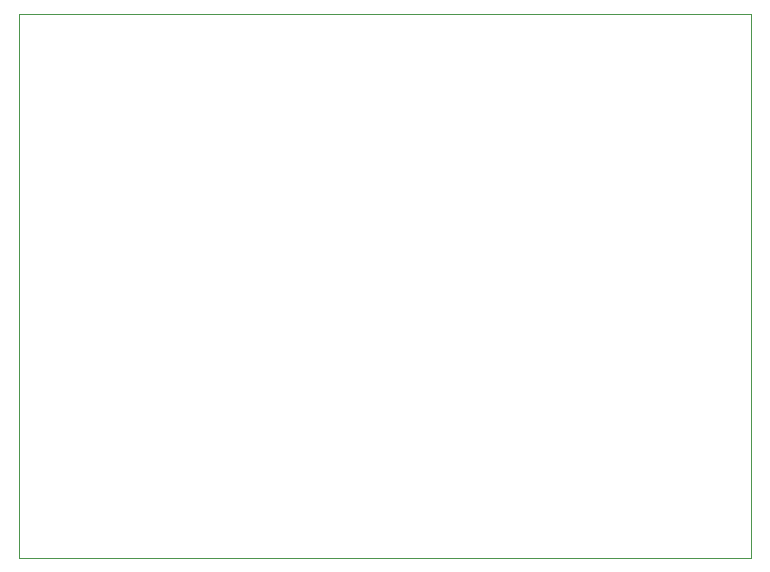
<source format=gbr>
G04 #@! TF.GenerationSoftware,KiCad,Pcbnew,(5.1.6)-1*
G04 #@! TF.CreationDate,2020-07-10T21:29:36-04:00*
G04 #@! TF.ProjectId,f1c200s,66316332-3030-4732-9e6b-696361645f70,rev?*
G04 #@! TF.SameCoordinates,Original*
G04 #@! TF.FileFunction,Profile,NP*
%FSLAX46Y46*%
G04 Gerber Fmt 4.6, Leading zero omitted, Abs format (unit mm)*
G04 Created by KiCad (PCBNEW (5.1.6)-1) date 2020-07-10 21:29:36*
%MOMM*%
%LPD*%
G01*
G04 APERTURE LIST*
G04 #@! TA.AperFunction,Profile*
%ADD10C,0.100000*%
G04 #@! TD*
G04 APERTURE END LIST*
D10*
X274000000Y-20000000D02*
X274000000Y-66000000D01*
X212000000Y-20000000D02*
X274000000Y-20000000D01*
X212000000Y-66000000D02*
X212000000Y-20000000D01*
X274000000Y-66000000D02*
X212000000Y-66000000D01*
M02*

</source>
